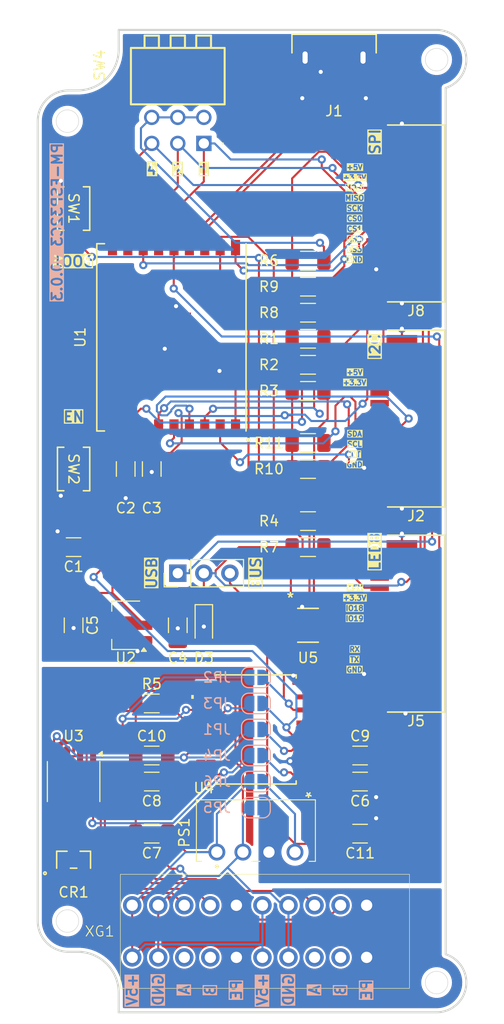
<source format=kicad_pcb>
(kicad_pcb (version 20240108) (generator "pcbnew") (generator_version "8.0")
  (title_block (title "${article} v${version}"))
  (layers (0 "F.Cu" signal) (31 "B.Cu" signal) (34 "B.Paste" user) (35 "F.Paste" user) (36 "B.SilkS" user "B.Silkscreen") (37 "F.SilkS" user "F.Silkscreen") (38 "B.Mask" user) (39 "F.Mask" user) (44 "Edge.Cuts" user))
  (property "article" "PM-ESP32C3")
  (property "version" "0.0.3")
  (net 0 "")
  (net 1 "/EN")
  (net 2 "GND")
  (net 4 "Net-(R4-Pad2)")
  (net 5 "/SCL")
  (net 6 "/SDA")
  (net 7 "/USB_D+")
  (net 8 "/USB_D-")
  (net 9 "+5V")
  (net 10 "+3.3V")
  (net 11 "/SCK")
  (net 12 "/CS0")
  (net 13 "/MOSI")
  (net 14 "/MISO")
  (net 15 "/CS1")
  (net 16 "Net-(J3-Pin_3)")
  (net 19 "Net-(R6-Pad2)")
  (net 21 "Net-(J5-Pin_2)")
  (net 22 "/UART_RX")
  (net 23 "/UART_TX")
  (net 24 "/B")
  (net 25 "/A")
  (net 26 "/INT")
  (net 27 "/CS2")
  (net 28 "/CS3")
  (net 29 "+3.3V_ISO")
  (net 30 "Net-(J5-Pin_3)")
  (net 31 "GND_ISO")
  (net 32 "/UART_RX_ISO")
  (net 36 "/UART_TX_ISO")
  (net 40 "PE")
  (net 41 "+5V_ISO")
  (net 42 "Net-(J5-Pin_9)")
  (net 43 "/UART_RTS_ISO")
  (net 44 "/UART_RTS")
  (net 46 "Net-(J1-VBUS)")
  (footprint "Resistor_SMD:R_1206_3216Metric_Pad1.30x1.75mm_HandSolder" (layer "F.Cu") (at 72.46 77.14)
    (property "Reference" "R9")
    (property "Value" "10k")
  )
  (footprint "kicad_inventree_lib:SW_TS-1088_XNP-M" (layer "F.Cu") (at 49.6 94.92 90)
    (property "Reference" "SW2")
    (property "Value" "Button")
  )
  (footprint "kicad_inventree_lib:ESP32-C3-WROOM-02U_EXP" (layer "F.Cu") (at 59.14 82.08 90)
    (property "Reference" "U1")
    (property "Value" "ESP32-C3-WROOM-02U-N4")
  )
  (footprint "Capacitor_SMD:C_1206_3216Metric_Pad1.33x1.80mm_HandSolder" (layer "F.Cu") (at 77.54 122.86)
    (property "Reference" "C9")
    (property "Value" "10uF")
  )
  (footprint "kicad_inventree_lib:DA03BLP" (layer "F.Cu") (at 62.3 63.17 180)
    (property "Reference" "SW4")
    (property "Value" "DIP 3 pos" (hide yes))
  )
  (footprint "Package_TO_SOT_SMD:SOT-89-3" (layer "F.Cu") (at 54.68 110.16 180)
    (property "Reference" "U2")
    (property "Value" "CJA1117B-3.3")
  )
  (footprint "kicad_inventree_lib:CONN5_H83-S1S_XKB" (layer "F.Cu") (at 76.3 57.6518 180)
    (property "Reference" "J1")
    (property "Value" "U254-051T-4BH83-S1S")
  )
  (footprint "Resistor_SMD:R_1206_3216Metric_Pad1.30x1.75mm_HandSolder" (layer "F.Cu") (at 72.46 92.38)
    (property "Reference" "R11")
    (property "Value" "3k3")
  )
  (footprint "kicad_inventree_lib:SOT23-3_LTF-M" (layer "F.Cu") (at 49.6 133.02)
    (property "Reference" "CR1")
    (property "Value" "SM712")
  )
  (footprint "Capacitor_SMD:C_1206_3216Metric_Pad1.33x1.80mm_HandSolder" (layer "F.Cu") (at 59.76 110.16 -90)
    (property "Reference" "C4")
    (property "Value" "10uF")
  )
  (footprint "Package_SO:SOIC-8_3.9x4.9mm_P1.27mm" (layer "F.Cu") (at 49.6 125.4 -90)
    (property "Reference" "U3")
    (property "Value" "MAX3485")
  )
  (footprint "Capacitor_SMD:C_1206_3216Metric_Pad1.33x1.80mm_HandSolder" (layer "F.Cu") (at 77.54 125.4)
    (property "Reference" "C6")
    (property "Value" "100nF")
  )
  (footprint "kicad_inventree_lib:MountingHole_M2" (layer "F.Cu") (at 49 139)
    (property "Reference" "H2" (hide yes))
    (property "Value" "MountingHole_M2")
    (fp_circle (center 0 0) (end 1.1 0) (stroke (width 0.05)) (fill none) (layer "Edge.Cuts"))
  )
  (footprint "kicad_inventree_lib:CONN10_AFA07-S10_JUS" (layer "F.Cu") (at 83 70 90)
    (property "Reference" "J8")
    (property "Value" "AFA07-S10FCC-00")
  )
  (footprint "Resistor_SMD:R_1206_3216Metric_Pad1.30x1.75mm_HandSolder" (layer "F.Cu") (at 72.46 94.92)
    (property "Reference" "R10")
    (property "Value" "3k3")
  )
  (footprint "Diode_SMD:D_SOD-323_HandSoldering" (layer "F.Cu") (at 62.3 110.16 -90)
    (property "Reference" "D3")
    (property "Value" "5A 9.8V 6V")
  )
  (footprint "Resistor_SMD:R_1206_3216Metric_Pad1.30x1.75mm_HandSolder" (layer "F.Cu") (at 57.22 117.78 180)
    (property "Reference" "R5")
    (property "Value" "10k")
  )
  (footprint "Resistor_SMD:R_1206_3216Metric_Pad1.30x1.75mm_HandSolder" (layer "F.Cu") (at 72.46 100 180)
    (property "Reference" "R4")
    (property "Value" "330R")
  )
  (footprint "Capacitor_SMD:C_1206_3216Metric_Pad1.33x1.80mm_HandSolder" (layer "F.Cu") (at 57.22 94.92 -90)
    (property "Reference" "C3")
    (property "Value" "1uF")
  )
  (footprint "Capacitor_SMD:C_1206_3216Metric_Pad1.33x1.80mm_HandSolder" (layer "F.Cu") (at 49.6 102.54 180)
    (property "Reference" "C1")
    (property "Value" "1uF")
  )
  (footprint "kicad_inventree_lib:DBV6-M" (layer "F.Cu") (at 72.46 110.16)
    (property "Reference" "U5")
    (property "Value" "SN74LVC2G14DBVR")
  )
  (footprint "Capacitor_SMD:C_1206_3216Metric_Pad1.33x1.80mm_HandSolder" (layer "F.Cu") (at 57.22 125.4 180)
    (property "Reference" "C8")
    (property "Value" "100nF")
  )
  (footprint "Resistor_SMD:R_1206_3216Metric_Pad1.30x1.75mm_HandSolder" (layer "F.Cu") (at 72.46 102.54)
    (property "Reference" "R7")
    (property "Value" "330R")
  )
  (footprint "Resistor_SMD:R_1206_3216Metric_Pad1.30x1.75mm_HandSolder" (layer "F.Cu") (at 72.46 74.6)
    (property "Reference" "R6")
    (property "Value" "10k")
  )
  (footprint "Capacitor_SMD:C_1206_3216Metric_Pad1.33x1.80mm_HandSolder" (layer "F.Cu") (at 77.54 130.48)
    (property "Reference" "C11")
    (property "Value" "10uF")
  )
  (footprint "kicad_inventree_lib:MountingHole_M2" (layer "F.Cu") (at 85 145)
    (property "Reference" "H4" (hide yes))
    (property "Value" "MountingHole_M2")
    (fp_circle (center 0 0) (end 1.1 0) (stroke (width 0.05)) (fill none) (layer "Edge.Cuts"))
  )
  (footprint "kicad_inventree_lib:DG141R-2.54-10P" (layer "F.Cu") (at 54.415 145.565)
    (property "Reference" "XG1")
    (property "Value" "DG141R-2.54-10P" (hide yes))
  )
  (footprint "kicad_inventree_lib:CONN10_AFA07-S10_JUS" (layer "F.Cu") (at 83 110 90)
    (property "Reference" "J5")
    (property "Value" "AFA07-S10FCC-00")
  )
  (footprint "Resistor_SMD:R_1206_3216Metric_Pad1.30x1.75mm_HandSolder" (layer "F.Cu") (at 72.46 84.76)
    (property "Reference" "R2")
    (property "Value" "10k")
  )
  (footprint "Resistor_SMD:R_1206_3216Metric_Pad1.30x1.75mm_HandSolder" (layer "F.Cu") (at 72.46 87.3)
    (property "Reference" "R3")
    (property "Value" "10k")
  )
  (footprint "kicad_inventree_lib:SW_TS-1088_XNP-M" (layer "F.Cu") (at 49.6 69.52 -90)
    (property "Reference" "SW1")
    (property "Value" "Button")
  )
  (footprint "kicad_inventree_lib:CONN10_AFA07-S10_JUS" (layer "F.Cu") (at 83 90 90)
    (property "Reference" "J2")
    (property "Value" "AFA07-S10FCC-00")
  )
  (footprint "Resistor_SMD:R_1206_3216Metric_Pad1.30x1.75mm_HandSolder" (layer "F.Cu") (at 72.46 82.22)
    (property "Reference" "R1")
    (property "Value" "10k")
  )
  (footprint "kicad_inventree_lib:MountingHole_M2" (layer "F.Cu") (at 85 55)
    (property "Reference" "H3" (hide yes))
    (property "Value" "MountingHole_M2")
    (fp_circle (center 0 0) (end 1.1 0) (stroke (width 0.05)) (fill none) (layer "Edge.Cuts"))
  )
  (footprint "Capacitor_SMD:C_1206_3216Metric_Pad1.33x1.80mm_HandSolder" (layer "F.Cu") (at 57.22 122.86 180)
    (property "Reference" "C10")
    (property "Value" "10uF")
  )
  (footprint "kicad_inventree_lib:B0505S1WR3" (layer "F.Cu") (at 63.57 132.28)
    (property "Reference" "PS1")
    (property "Value" "B0505S-1WR3" (hide yes))
  )
  (footprint "kicad_inventree_lib:MountingHole_M2" (layer "F.Cu") (at 49 61)
    (property "Reference" "H1" (hide yes))
    (property "Value" "MountingHole_M2")
    (fp_circle (center 0 0) (end 1.1 0) (stroke (width 0.05)) (fill none) (layer "Edge.Cuts"))
  )
  (footprint "Capacitor_SMD:C_1206_3216Metric_Pad1.33x1.80mm_HandSolder" (layer "F.Cu") (at 54.68 94.92 90)
    (property "Reference" "C2")
    (property "Value" "10uF")
  )
  (footprint "Capacitor_SMD:C_1206_3216Metric_Pad1.33x1.80mm_HandSolder" (layer "F.Cu") (at 49.6 110.16 -90)
    (property "Reference" "C5")
    (property "Value" "22uF")
  )
  (footprint "kicad_inventree_lib:SOIC16-WBW_CLG-M" (layer "F.Cu") (at 67.38 120.32 180)
    (property "Reference" "U4")
    (property "Value" "CA-IS3641HW")
  )
  (footprint "Resistor_SMD:R_1206_3216Metric_Pad1.30x1.75mm_HandSolder" (layer "F.Cu") (at 72.46 79.68)
    (property "Reference" "R8")
    (property "Value" "10k")
  )
  (footprint "Capacitor_SMD:C_1206_3216Metric_Pad1.33x1.80mm_HandSolder" (layer "F.Cu") (at 57.22 130.48 180)
    (property "Reference" "C7")
    (property "Value" "10uF")
  )
  (footprint "Connector_PinHeader_2.54mm:PinHeader_1x03_P2.54mm_Vertical" (layer "F.Cu") (at 59.76 105.08 90)
    (property "Reference" "J3" (hide yes))
    (property "Value" "PinHeader_01x03_P2.54_THT_straight")
  )
  (footprint "Jumper:SolderJumper-2_P1.3mm_Open_RoundedPad1.0x1.5mm" (layer "B.Cu") (at 67.38 127.94)
    (property "Reference" "JP5")
    (property "Value" "SolderJumper_2_Open")
  )
  (footprint "Jumper:SolderJumper-2_P1.3mm_Open_RoundedPad1.0x1.5mm" (layer "B.Cu") (at 67.38 122.86 180)
    (property "Reference" "JP4")
    (property "Value" "SolderJumper_2_Open")
  )
  (footprint "Jumper:SolderJumper-2_P1.3mm_Open_RoundedPad1.0x1.5mm" (layer "B.Cu") (at 67.38 115.24 180)
    (property "Reference" "JP2")
    (property "Value" "SolderJumper_2_Open")
  )
  (footprint "Jumper:SolderJumper-2_P1.3mm_Open_RoundedPad1.0x1.5mm" (layer "B.Cu") (at 67.38 120.32 180)
    (property "Reference" "JP1")
    (property "Value" "SolderJumper_2_Open")
  )
  (footprint "Jumper:SolderJumper-2_P1.3mm_Open_RoundedPad1.0x1.5mm" (layer "B.Cu") (at 67.38 125.4)
    (property "Reference" "JP6")
    (property "Value" "SolderJumper_2_Open")
  )
  (footprint "Jumper:SolderJumper-2_P1.3mm_Open_RoundedPad1.0x1.5mm" (layer "B.Cu") (at 67.38 117.78 180)
    (property "Reference" "JP3")
    (property "Value" "SolderJumper_2_Open")
  )
  (gr_arc (start 49.1 142) (mid 46.97868 141.12132) (end 46.1 139) (stroke (width 0.2)) (layer "Edge.Cuts"))
  (gr_arc (start 54 54) (mid 52.828427 56.828427) (end 50 58) (stroke (width 0.2)) (layer "Edge.Cuts"))
  (gr_line (start 54 147.9) (end 54 146) (stroke (width 0.2)) (layer "Edge.Cuts"))
  (gr_line (start 50 58) (end 49.1 58) (stroke (width 0.2)) (layer "Edge.Cuts"))
  (gr_line (start 50 142) (end 49.1 142) (stroke (width 0.2)) (layer "Edge.Cuts"))
  (gr_arc (start 46.1 61) (mid 46.97868 58.87868) (end 49.1 58) (stroke (width 0.2)) (layer "Edge.Cuts"))
  (gr_arc (start 50 142) (mid 52.828427 143.171573) (end 54 146) (stroke (width 0.2)) (layer "Edge.Cuts"))
  (gr_line (start 54 52.1) (end 54 54) (stroke (width 0.2)) (layer "Edge.Cuts"))
  (gr_line (start 85.887427 142.239117) (end 85.887427 57.760884) (stroke (width 0.2)) (layer "Edge.Cuts"))
  (gr_arc (start 85.887427 142.239117) (mid 87.865009 145.449132) (end 85 147.9) (stroke (width 0.2)) (layer "Edge.Cuts"))
  (gr_line (start 46.1 61) (end 46.1 139) (stroke (width 0.2)) (layer "Edge.Cuts"))
  (gr_line (start 85 52.100001) (end 54 52.1) (stroke (width 0.2)) (layer "Edge.Cuts"))
  (gr_arc (start 85 52.100001) (mid 87.865009 54.550868) (end 85.887427 57.760884) (stroke (width 0.2)) (layer "Edge.Cuts"))
  (gr_line (start 85 147.9) (end 54 147.9) (stroke (width 0.2)) (layer "Edge.Cuts"))
  (gr_text "B" (at 75.635 145.72 90) (layer "B.SilkS" knockout) (effects (font (size 1 1) (thickness 0.2) (bold yes)) (justify mirror)))
  (gr_text "B" (at 62.935 145.72 90) (layer "B.SilkS" knockout) (effects (font (size 1 1) (thickness 0.2) (bold yes)) (justify mirror)))
  (gr_text "PE" (at 78.175 145.72 90) (layer "B.SilkS" knockout) (effects (font (size 1 1) (thickness 0.2) (bold yes)) (justify mirror)))
  (gr_text "PE" (at 65.475 145.72 90) (layer "B.SilkS" knockout) (effects (font (size 1 1) (thickness 0.2) (bold yes)) (justify mirror)))
  (gr_text "${article} v${version}" (at 48 63 90) (layer "B.SilkS" knockout) (effects (font (size 1 1) (thickness 0.2) (bold yes)) (justify left mirror)))
  (gr_text "GND" (at 70.555 145.72 90) (layer "B.SilkS" knockout) (effects (font (size 1 1) (thickness 0.2) (bold yes)) (justify mirror)))
  (gr_text "+5V" (at 68.015 145.72 90) (layer "B.SilkS" knockout) (effects (font (size 1 1) (thickness 0.2) (bold yes)) (justify mirror)))
  (gr_text "GND" (at 57.855 145.72 90) (layer "B.SilkS" knockout) (effects (font (size 1 1) (thickness 0.2) (bold yes)) (justify mirror)))
  (gr_text "+5V" (at 55.315 145.72 90) (layer "B.SilkS" knockout) (effects (font (size 1 1) (thickness 0.2) (bold yes)) (justify mirror)))
  (gr_text "A" (at 73.095 145.72 90) (layer "B.SilkS" knockout) (effects (font (size 1 1) (thickness 0.2) (bold yes)) (justify mirror)))
  (gr_text "A" (at 60.395 145.72 90) (layer "B.SilkS" knockout) (effects (font (size 1 1) (thickness 0.2) (bold yes)) (justify mirror)))
  (gr_text "CS3" (at 77 73.5 0) (layer "F.SilkS" knockout) (effects (font (size 0.5 0.5) (thickness 0.125) (bold yes))))
  (gr_text "SCK" (at 77 69.5 0) (layer "F.SilkS" knockout) (effects (font (size 0.5 0.5) (thickness 0.125) (bold yes))))
  (gr_text "INT" (at 77 93.5 0) (layer "F.SilkS" knockout) (effects (font (size 0.5 0.5) (thickness 0.125) (bold yes))))
  (gr_text "IO19" (at 77 109.5 0) (layer "F.SilkS" knockout) (effects (font (size 0.5 0.5) (thickness 0.125) (bold yes))))
  (gr_text "+3.3V" (at 77 107.5 0) (layer "F.SilkS" knockout) (effects (font (size 0.5 0.5) (thickness 0.125) (bold yes))))
  (gr_text "LED8" (at 79 103 90) (layer "F.SilkS" knockout) (effects (font (size 1 1) (thickness 0.2) (bold yes))))
  (gr_text "EN" (at 49.6 89.84 0) (layer "F.SilkS" knockout) (effects (font (size 1 1) (thickness 0.2) (bold yes))))
  (gr_text "TX" (at 77 113.5 0) (layer "F.SilkS" knockout) (effects (font (size 0.5 0.5) (thickness 0.125) (bold yes))))
  (gr_text "I2C" (at 79 83 90) (layer "F.SilkS" knockout) (effects (font (size 1 1) (thickness 0.2) (bold yes))))
  (gr_text "BOOT" (at 49.6 74.6 180) (layer "F.SilkS" knockout) (effects (font (size 1 1) (thickness 0.2) (bold yes))))
  (gr_text "+3.3V" (at 77 86.5 0) (layer "F.SilkS" knockout) (effects (font (size 0.5 0.5) (thickness 0.125) (bold yes))))
  (gr_text "CS2" (at 77 72.5 0) (layer "F.SilkS" knockout) (effects (font (size 0.5 0.5) (thickness 0.125) (bold yes))))
  (gr_text "4" (at 57.22 65.71 0) (layer "F.SilkS" knockout) (effects (font (size 1 1) (thickness 0.2) (bold yes))))
  (gr_text "USB" (at 57.22 105.08 90) (layer "F.SilkS" knockout) (effects (font (size 1 1) (thickness 0.2) (bold yes))))
  (gr_text "GND" (at 77 94.5 0) (layer "F.SilkS" knockout) (effects (font (size 0.5 0.5) (thickness 0.125) (bold yes))))
  (gr_text "SDA" (at 77 91.5 0) (layer "F.SilkS" knockout) (effects (font (size 0.5 0.5) (thickness 0.125) (bold yes))))
  (gr_text "+5V" (at 77 85.5 0) (layer "F.SilkS" knockout) (effects (font (size 0.5 0.5) (thickness 0.125) (bold yes))))
  (gr_text "+3.3V" (at 77 66.5 0) (layer "F.SilkS" knockout) (effects (font (size 0.5 0.5) (thickness 0.125) (bold yes))))
  (gr_text "2" (at 59.76 65.71 0) (layer "F.SilkS" knockout) (effects (font (size 1 1) (thickness 0.2) (bold yes))))
  (gr_text "SPI" (at 79 63 90) (layer "F.SilkS" knockout) (effects (font (size 1 1) (thickness 0.2) (bold yes))))
  (gr_text "MISO" (at 77 68.5 0) (layer "F.SilkS" knockout) (effects (font (size 0.5 0.5) (thickness 0.125) (bold yes))))
  (gr_text "MOSI" (at 77 67.5 0) (layer "F.SilkS" knockout) (effects (font (size 0.5 0.5) (thickness 0.125) (bold yes))))
  (gr_text "IO18" (at 77 108.5 0) (layer "F.SilkS" knockout) (effects (font (size 0.5 0.5) (thickness 0.125) (bold yes))))
  (gr_text "SCL" (at 77 92.5 0) (layer "F.SilkS" knockout) (effects (font (size 0.5 0.5) (thickness 0.125) (bold yes))))
  (gr_text "+5V" (at 77 106.5 0) (layer "F.SilkS" knockout) (effects (font (size 0.5 0.5) (thickness 0.125) (bold yes))))
  (gr_text "CS0" (at 77 70.5 0) (layer "F.SilkS" knockout) (effects (font (size 0.5 0.5) (thickness 0.125) (bold yes))))
  (gr_text "GND" (at 77 114.5 0) (layer "F.SilkS" knockout) (effects (font (size 0.5 0.5) (thickness 0.125) (bold yes))))
  (gr_text "CS1" (at 77 71.5 0) (layer "F.SilkS" knockout) (effects (font (size 0.5 0.5) (thickness 0.125) (bold yes))))
  (gr_text "+5V" (at 77 65.5 0) (layer "F.SilkS" knockout) (effects (font (size 0.5 0.5) (thickness 0.125) (bold yes))))
  (gr_text "BUS" (at 67.38 105.08 90) (layer "F.SilkS" knockout) (effects (font (size 1 1) (thickness 0.2) (bold yes))))
  (gr_text "GND" (at 77 74.5 0) (layer "F.SilkS" knockout) (effects (font (size 0.5 0.5) (thickness 0.125) (bold yes))))
  (gr_text "RX" (at 77 112.5 0) (layer "F.SilkS" knockout) (effects (font (size 0.5 0.5) (thickness 0.125) (bold yes))))
  (gr_text "1" (at 62.3 65.71 0) (layer "F.SilkS" knockout) (effects (font (size 1 1) (thickness 0.2) (bold yes))))
  (segment (start 74.01 82.22) (end 71.8682 84.3618) (width 0.2) (layer "F.Cu") (net 1))
  (segment (start 54.89 90.3045) (end 54.89 89.779) (width 0.2) (layer "F.Cu") (net 1))
  (segment (start 54.89 90.3045) (end 56.1542 89.0403) (width 0.2) (layer "F.Cu") (net 1))
  (segment (start 56.1542 89.0403) (end 56.6955 89.0403) (width 0.2) (layer "F.Cu") (net 1))
  (segment (start 52.6459 89.3773) (end 51.1625 90.8607) (width 0.2) (layer "F.Cu") (net 1))
  (segment (start 51.1625 90.8607) (end 51.1625 92.634) (width 0.2) (layer "F.Cu") (net 1))
  (segment (start 51.1625 92.634) (end 51.1625 102.54) (width 0.2) (layer "F.Cu") (net 1))
  (segment (start 54.89 90.83) (end 54.89 90.3045) (width 0.2) (layer "F.Cu") (net 1))
  (segment (start 54.89 89.779) (end 54.4883 89.3773) (width 0.2) (layer "F.Cu") (net 1))
  (segment (start 51.1625 92.634) (end 49.6 92.634) (width 0.2) (layer "F.Cu") (net 1))
  (segment (start 54.4883 89.3773) (end 52.6459 89.3773) (width 0.2) (layer "F.Cu") (net 1))
  (segment (start 71.8682 84.3618) (end 71.8682 90.3225) (width 0.2) (layer "F.Cu") (net 1))
  (via (at 71.8682 90.3225) (size 0.8) (drill 0.4) (layers "F.Cu" "B.Cu") (net 1))
  (via (at 56.6955 89.0403) (size 0.8) (drill 0.4) (layers "F.Cu" "B.Cu") (net 1))
  (segment (start 58.0385 90.3833) (end 71.8074 90.3833) (width 0.2) (layer "B.Cu") (net 1))
  (segment (start 56.6955 89.0403) (end 58.0385 90.3833) (width 0.2) (layer "B.Cu") (net 1))
  (segment (start 71.8074 90.3833) (end 71.8682 90.3225) (width 0.2) (layer "B.Cu") (net 1))
  (segment (start 58.49 82.22) (end 58.49 83.1938) (width 0.2) (layer "F.Cu") (net 2))
  (segment (start 70.9932 110.16) (end 71.8855 110.16) (width 0.2) (layer "F.Cu") (net 2))
  (segment (start 72.2568 115.875) (end 71.028 115.875) (width 0.2) (layer "F.Cu") (net 2))
  (segment (start 79.1025 122.86) (end 79.1025 125.4) (width 0.2) (layer "F.Cu") (net 2))
  (segment (start 48.676 67.1321) (end 48.676 67.234) (width 0.2) (layer "F.Cu") (net 2))
  (segment (start 60.69 82.22) (end 60.69 81.12) (width 0.2) (layer "F.Cu") (net 2))
  (segment (start 81.614 76.85) (end 81.614 78.7654) (width 0.2) (layer "F.Cu") (net 2))
  (segment (start 48.676 97.206) (end 49.6 97.206) (width 0.2) (layer "F.Cu") (net 2))
  (segment (start 59.76 111.722) (end 59.76 110.457) (width 0.2) (layer "F.Cu") (net 2))
  (segment (start 79.1025 130.48) (end 79.1025 128.977) (width 0.2) (layer "F.Cu") (net 2))
  (segment (start 54.68 96.4825) (end 54.68 97.7611) (width 0.2) (layer "F.Cu") (net 2))
  (segment (start 48.3534 97.5286) (end 48.676 97.206) (width 0.2) (layer "F.Cu") (net 2))
  (segment (start 79.444 114.5) (end 78.2406 114.5) (width 0.2) (layer "F.Cu") (net 2))
  (segment (start 79.444 74.5) (end 79.1119 74.8321) (width 0.2) (layer "F.Cu") (net 2))
  (segment (start 78.2406 114.5) (end 78.2406 114.594) (width 0.2) (layer "F.Cu") (net 2))
  (segment (start 79.1025 125.4) (end 79.1025 126.917) (width 0.2) (layer "F.Cu") (net 2))
  (segment (start 81.962 118.7599) (end 81.6492 118.4471) (width 0.2) (layer "F.Cu") (net 2))
  (segment (start 78.2406 94.5) (end 77.9341 94.8065) (width 0.2) (layer "F.Cu") (net 2))
  (segment (start 65.390001 86.920001) (end 60.69 82.22) (width 0.2) (layer "F.Cu") (net 2))
  (segment (start 71.028 115.875) (end 71.028 115.066) (width 0.2) (layer "F.Cu") (net 2))
  (segment (start 49.6 111.722) (end 49.6 111.7225) (width 0.2) (layer "F.Cu") (net 2))
  (segment (start 58.49 81.12) (end 58.49 80.02) (width 0.2) (layer "F.Cu") (net 2))
  (segment (start 71.028 123.495) (end 72.2568 123.495) (width 0.2) (layer "F.Cu") (net 2))
  (segment (start 59.59 82.22) (end 59.59 81.12) (width 0.2) (layer "F.Cu") (net 2))
  (segment (start 59.76 111.722) (end 59.76 111.7225) (width 0.2) (layer "F.Cu") (net 2))
  (segment (start 81.614 116.85) (end 81.614 118.4471) (width 0.2) (layer "F.Cu") (net 2))
  (segment (start 65.390001 90.83) (end 65.390001 86.920001) (width 0.2) (layer "F.Cu") (net 2))
  (segment (start 70.727 123.405) (end 70.938 123.405) (width 0.2) (layer "F.Cu") (net 2))
  (segment (start 48.676 67.234) (end 49.6 67.234) (width 0.2) (layer "F.Cu") (net 2))
  (segment (start 73.7001 56.1941) (end 73.7001 57.4729) (width 0.2) (layer "F.Cu") (net 2))
  (segment (start 81.614 61.2343) (end 81.614 63.15) (width 0.2) (layer "F.Cu") (net 2))
  (segment (start 48.0375 100.996) (end 48.0375 102.54) (width 0.2) (layer "F.Cu") (net 2))
  (segment (start 70.938 123.405) (end 71.028 123.495) (width 0.2) (layer "F.Cu") (net 2))
  (segment (start 48.3576 66.8137) (end 48.676 67.1321) (width 0.2) (layer "F.Cu") (net 2))
  (segment (start 56.63 111.894) (end 56.63 111.66) (width 0.2) (layer "F.Cu") (net 2))
  (segment (start 58.49 82.22) (end 58.49 81.12) (width 0.2) (layer "F.Cu") (net 2))
  (segment (start 71.8855 110.16) (end 71.8855 108.356) (width 0.2) (layer "F.Cu") (net 2))
  (segment (start 79.1119 74.8321) (end 79.1119 75.4456) (width 0.2) (layer "F.Cu") (net 2))
  (segment (start 79.444 94.5) (end 78.2406 94.5) (width 0.2) (layer "F.Cu") (net 2))
  (segment (start 55.8334 112.69) (end 56.63 111.894) (width 0.2) (layer "F.Cu") (net 2))
  (segment (start 71.9 58.7596) (end 71.9 57.3478) (width 0.2) (layer "F.Cu") (net 2))
  (segment (start 78.2406 114.594) (end 77.9258 114.909) (width 0.2) (layer "F.Cu") (net 2))
  (segment (start 78.1 57.3478) (end 78.1 58.7604) (width 0.2) (layer "F.Cu") (net 2))
  (segment (start 59.59 81.12) (end 59.59 80.02) (width 0.2) (layer "F.Cu") (net 2))
  (segment (start 81.614 83.15) (end 81.614 81.2346) (width 0.2) (layer "F.Cu") (net 2))
  (segment (start 49.6 110.428) (end 49.6 111.722) (width 0.2) (layer "F.Cu") (net 2))
  (segment (start 81.614 98.7769) (end 81.614 96.85) (width 0.2) (layer "F.Cu") (net 2))
  (segment (start 60.69 81.12) (end 60.69 80.02) (width 0.2) (layer "F.Cu") (net 2))
  (segment (start 81.614 101.2231) (end 81.614 103.15) (width 0.2) (layer "F.Cu") (net 2))
  (segment (start 62.3 111.41) (end 62.3 110.286) (width 0.2) (layer "F.Cu") (net 2))
  (segment (start 59.59 79.0389) (end 59.59 80.02) (width 0.2) (layer "F.Cu") (net 2))
  (segment (start 57.22 96.4825) (end 57.22 95.2108) (width 0.2) (layer "F.Cu") (net 2))
  (segment (start 81.6492 118.4471) (end 81.614 118.4471) (width 0.2) (layer "F.Cu") (net 2))
  (via (at 63.8264 85.3564) (size 0.8) (drill 0.4) (layers "F.Cu" "B.Cu") (net 2))
  (via (at 48.3576 66.8137) (size 0.8) (drill 0.4) (layers "F.Cu" "B.Cu") (net 2))
  (via (at 71.028 115.066) (size 0.8) (drill 0.4) (layers "F.Cu" "B.Cu") (net 2))
  (via (at 79.1025 126.917) (size 0.8) (drill 0.4) (layers "F.Cu" "B.Cu") (net 2))
  (via (at 78.1 58.7604) (size 0.8) (drill 0.4) (layers "F.Cu" "B.Cu") (net 2))
  (via (at 81.614 98.7769) (size 0.8) (drill 0.4) (layers "F.Cu" "B.Cu") (net 2))
  (via (at 49.6 110.428) (size 0.8) (drill 0.4) (layers "F.Cu" "B.Cu") (net 2))
  (via (at 77.9341 94.8065) (size 0.8) (drill 0.4) (layers "F.Cu" "B.Cu") (net 2))
  (via (at 81.614 81.2346) (size 0.8) (drill 0.4) (layers "F.Cu" "B.Cu") (net 2))
  (via (at 59.76 110.457) (size 0.8) (drill 0.4) (layers "F.Cu" "B.Cu") (net 2))
  (via (at 71.9 58.7596) (size 0.8) (drill 0.4) (layers "F.Cu" "B.Cu") (net 2))
  (via (at 54.68 97.7611) (size 0.8) (drill 0.4) (layers "F.Cu" "B.Cu") (net 2))
  (via (at 73.7001 56.1941) (size 0.8) (drill 0.4) (layers "F.Cu" "B.Cu") (net 2))
  (via (at 81.614 101.2231) (size 0.8) (drill 0.4) (layers "F.Cu" "B.Cu") (net 2))
  (via (at 62.3 110.286) (size 0.8) (drill 0.4) (layers "F.Cu" "B.Cu") (net 2))
  (via (at 77.9258 114.909) (size 0.8) (drill 0.4) (layers "F.Cu" "B.Cu") (net 2))
  (via (at 48.0375 100.996) (size 0.8) (drill 0.4) (layers "F.Cu" "B.Cu") (net 2))
  (via (at 58.49 83.1938) (size 0.8) (drill 0.4) (layers "F.Cu" "B.Cu") (net 2))
  (via (at 81.614 61.2343) (size 0.8) (drill 0.4) (layers "F.Cu" "B.Cu") (net 2))
  (via (at 81.614 78.7654) (size 0.8) (drill 0.4) (layers "F.Cu" "B.Cu") (net 2))
  (via (at 79.1025 128.977) (size 0.8) (drill 0.4) (layers "F.Cu" "B.Cu") (net 2))
  (via (at 79.1119 75.4456) (size 0.8) (drill 0.4) (layers "F.Cu" "B.Cu") (net 2))
  (via (at 55.8334 112.69) (size 0.8) (drill 0.4) (layers "F.Cu" "B.Cu") (net 2))
  (via (at 71.8855 108.356) (size 0.8) (drill 0.4) (layers "F.Cu" "B.Cu") (net 2))
  (via (at 48.3534 97.5286) (size 0.8) (drill 0.4) (layers "F.Cu" "B.Cu") (net 2))
  (via (at 70.727 123.405) (size 0.8) (drill 0.4) (layers "F.Cu" "B.Cu") (net 2))
  (via (at 57.22 95.2108) (size 0.8) (drill 0.4) (layers "F.Cu" "B.Cu") (net 2))
  (via (at 81.962 118.7599) (size 0.8) (drill 0.4) (layers "F.Cu" "B.Cu") (net 2))
  (via (at 59.59 79.0389) (size 0.8) (drill 0.4) (layers "F.Cu" "B.Cu") (net 2))
  (segment (start 50.524 73.3815) (end 51.382 74.2395) (width 0.2) (layer "F.Cu") (net 4))
  (segment (start 67.6689 96.7589) (end 67.6689 74.3357) (width 0.2) (layer "F.Cu") (net 4))
  (segment (start 50.524 71.806) (end 50.524 73.3815) (width 0.2) (layer "F.Cu") (net 4))
  (segment (start 70.91 100) (end 67.6689 96.7589) (width 0.2) (layer "F.Cu") (net 4))
  (segment (start 49.6 71.806) (end 50.524 71.806) (width 0.2) (layer "F.Cu") (net 4))
  (via (at 51.382 74.2395) (size 0.8) (drill 0.4) (layers "F.Cu" "B.Cu") (net 4))
  (via (at 67.6689 74.3357) (size 0.8) (drill 0.4) (layers "F.Cu" "B.Cu") (net 4))
  (segment (start 51.382 74.2395) (end 67.5727 74.2395) (width 0.2) (layer "B.Cu") (net 4))
  (segment (start 67.5727 74.2395) (end 67.6689 74.3357) (width 0.2) (layer "B.Cu") (net 4))
  (segment (start 58.4231 88.9876) (end 57.89 89.5207) (width 0.2) (layer "F.Cu") (net 5))
  (segment (start 57.89 89.5207) (end 57.89 90.83) (width 0.2) (layer "F.Cu") (net 5))
  (segment (start 76.43 92.5) (end 76.43 88.7611) (width 0.2) (layer "F.Cu") (net 5))
  (segment (start 76.43 88.7611) (end 76.2742 88.6053) (width 0.2) (layer "F.Cu") (net 5))
  (segment (start 76.43 92.5) (end 74.01 94.92) (width 0.2) (layer "F.Cu") (net 5))
  (segment (start 79.444 92.5) (end 76.43 92.5) (width 0.2) (layer "F.Cu") (net 5))
  (via (at 58.4231 88.9876) (size 0.8) (drill 0.4) (layers "F.Cu" "B.Cu") (net 5))
  (via (at 76.2742 88.6053) (size 0.8) (drill 0.4) (layers "F.Cu" "B.Cu") (net 5))
  (segment (start 58.4231 88.9876) (end 59.0753 88.3354) (width 0.2) (layer "B.Cu") (net 5))
  (segment (start 76.0043 88.3354) (end 76.2742 88.6053) (width 0.2) (layer "B.Cu") (net 5))
  (segment (start 59.0753 88.3354) (end 76.0043 88.3354) (width 0.2) (layer "B.Cu") (net 5))
  (segment (start 59.39 91.881) (end 59.0015 92.2695) (width 0.2) (layer "F.Cu") (net 6))
  (segment (start 59.0015 92.2695) (end 59.0015 92.4185) (width 0.2) (layer "F.Cu") (net 6))
  (segment (start 76.584 87.8645) (end 77.0849 88.3654) (width 0.2) (layer "F.Cu") (net 6))
  (segment (start 59.39 90.83) (end 59.39 91.881) (width 0.2) (layer "F.Cu") (net 6))
  (segment (start 75.136 91.246) (end 75.136 88.7489) (width 0.2) (layer "F.Cu") (net 6))
  (segment (start 74.01 92.38) (end 75.136 91.254) (width 0.2) (layer "F.Cu") (net 6))
  (segment (start 76.0204 87.8645) (end 76.584 87.8645) (width 0.2) (layer "F.Cu") (net 6))
  (segment (start 77.0849 90.3443) (end 78.2406 91.5) (width 0.2) (layer "F.Cu") (net 6))
  (segment (start 75.136 88.7489) (end 76.0204 87.8645) (width 0.2) (layer "F.Cu") (net 6))
  (segment (start 75.136 91.254) (end 75.136 91.246) (width 0.2) (layer "F.Cu") (net 6))
  (segment (start 77.0849 88.3654) (end 77.0849 90.3443) (width 0.2) (layer "F.Cu") (net 6))
  (segment (start 78.2406 91.5) (end 79.444 91.5) (width 0.2) (layer "F.Cu") (net 6))
  (via (at 59.0015 92.4185) (size 0.8) (drill 0.4) (layers "F.Cu" "B.Cu") (net 6))
  (via (at 75.136 91.246) (size 0.8) (drill 0.4) (layers "F.Cu" "B.Cu") (net 6))
  (segment (start 73.9635 92.4185) (end 59.0015 92.4185) (width 0.2) (layer "B.Cu") (net 6))
  (segment (start 75.136 91.246) (end 73.9635 92.4185) (width 0.2) (layer "B.Cu") (net 6))
  (segment (start 80.6474 109.5) (end 85.2591 104.888) (width 0.2) (layer "F.Cu") (net 7))
  (segment (start 61.067258 72.2807) (end 59.7933 72.2807) (width 0.2) (layer "F.Cu") (net 7))
  (segment (start 75 57.473) (end 75 57.4729) (width 0.2) (layer "F.Cu") (net 7))
  (segment (start 59.3644 77.3194) (end 59.3644 74.4066) (width 0.2) (layer "F.Cu") (net 7))
  (segment (start 59.39 74.381) (end 59.39 73.33) (width 0.2) (layer "F.Cu") (net 7))
  (segment (start 59.39 72.684) (end 59.39 73.33) (width 0.2) (layer "F.Cu") (net 7))
  (segment (start 59.3644 74.4066) (end 59.39 74.381) (width 0.2) (layer "F.Cu") (net 7))
  (segment (start 85.2591 82.2284) (end 85.0307 82) (width 0.2) (layer "F.Cu") (net 7))
  (segment (start 75 58.347958) (end 61.067258 72.2807) (width 0.2) (layer "F.Cu") (net 7))
  (segment (start 85.2591 104.888) (end 85.2591 82.2284) (width 0.2) (layer "F.Cu") (net 7))
  (segment (start 59.7933 72.2807) (end 59.39 72.684) (width 0.2) (layer "F.Cu") (net 7))
  (segment (start 75 57.472958) (end 75 58.347958) (width 0.2) (layer "F.Cu") (net 7))
  (segment (start 79.444 109.5) (end 80.6474 109.5) (width 0.2) (layer "F.Cu") (net 7))
  (via (at 59.3644 77.3194) (size 0.8) (drill 0.4) (layers "F.Cu" "B.Cu") (net 7))
  (via (at 85.0307 82) (size 0.8) (drill 0.4) (layers "F.Cu" "B.Cu") (net 7))
  (segment (start 85.0307 82) (end 64.045 82) (width 0.2) (layer "B.Cu") (net 7))
  (segment (start 64.045 82) (end 59.3644 77.3194) (width 0.2) (layer "B.Cu") (net 7))
  (segment (start 75.65 60.4465) (end 80.0843 64.8808) (width 0.2) (layer "F.Cu") (net 8))
  (segment (start 67.263271 66.734673) (end 60.89 73.107944) (width 0.2) (layer "F.Cu") (net 8))
  (segment (start 80.6474 108.5) (end 79.444 108.5) (width 0.2) (layer "F.Cu") (net 8))
  (segment (start 75.65 57.473) (end 75.65 57.4729) (width 0.2) (layer "F.Cu") (net 8))
  (segment (start 67.44356 66.554384) (end 67.263271 66.734673) (width 0.2) (layer "F.Cu") (net 8))
  (segment (start 83.8312 83.0682) (end 83.8312 105.316) (width 0.2) (layer "F.Cu") (net 8))
  (segment (start 75.65 58.348) (end 75.65 60.4465) (width 0.2) (layer "F.Cu") (net 8))
  (segment (start 75.649986 57.472958) (end 75.649986 58.347958) (width 0.2) (layer "F.Cu") (net 8))
  (segment (start 71.496745 63.578916) (end 71.411893 63.663769) (width 0.2) (layer "F.Cu") (net 8))
  (segment (start 80.6353 64.8808) (end 83.6648 67.9103) (width 0.2) (layer "F.Cu") (net 8))
  (segment (start 71.072481 63.66377) (end 70.873035 63.464324) (width 0.2) (layer "F.Cu") (net 8))
  (segment (start 83.6648 67.9103) (end 83.6648 82.9018) (width 0.2) (layer "F.Cu") (net 8))
  (segment (start 70.44877 63.549175) (end 67.44356 66.554384) (width 0.2) (layer "F.Cu") (net 8))
  (segment (start 75.649986 58.347958) (end 71.297299 62.700645) (width 0.2) (layer "F.Cu") (net 8))
  (segment (start 80.0843 64.8808) (end 80.6353 64.8808) (width 0.2) (layer "F.Cu") (net 8))
  (segment (start 71.297299 63.040057) (end 71.496746 63.239504) (width 0.2) (layer "F.Cu") (net 8))
  (segment (start 60.89 73.107944) (end 60.89 73.33) (width 0.2) (layer "F.Cu") (net 8))
  (segment (start 83.6648 82.9018) (end 83.8312 83.0682) (width 0.2) (layer "F.Cu") (net 8))
  (segment (start 83.8312 105.316) (end 80.6474 108.5) (width 0.2) (layer "F.Cu") (net 8))
  (segment (start 70.533625 63.464323) (end 70.44877 63.549175) (width 0.2) (layer "F.Cu") (net 8))
  (arc (start 70.873035 63.464324) (mid 70.703329 63.39403) (end 70.533625 63.464323) (width 0.2) (layer "F.Cu") (net 8))
  (arc (start 71.297299 62.700645) (mid 71.227003 62.870352) (end 71.297299 63.040057) (width 0.2) (layer "F.Cu") (net 8))
  (arc (start 71.496746 63.239504) (mid 71.567041 63.409209) (end 71.496745 63.578916) (width 0.2) (layer "F.Cu") (net 8))
  (arc (start 71.411893 63.663769) (mid 71.242187 63.734064) (end 71.072481 63.66377) (width 0.2) (layer "F.Cu") (net 8))
  (segment (start 62.3 108.598) (end 62.3 108.91) (width 0.2) (layer "F.Cu") (net 9))
  (segment (start 83.4295 104.565) (end 82.0618 105.932) (width 0.2) (layer "F.Cu") (net 9))
  (segment (start 59.7603 108.598) (end 59.76 108.598) (width 0.2) (layer "F.Cu") (net 9))
  (segment (start 80.6474 65.5) (end 79.444 65.5) (width 0.2) (layer "F.Cu") (net 9))
  (segment (start 65.7232 102.54) (end 63.4517 104.812) (width 0.2) (layer "F.Cu") (net 9))
  (segment (start 62.3 108.598) (end 59.7605 108.598) (width 0.2) (layer "F.Cu") (net 9))
  (segment (start 80.6474 75.0023) (end 80.6474 65.5) (width 0.2) (layer "F.Cu") (net 9))
  (segment (start 63.4517 104.812) (end 63.4517 105.08) (width 0.2) (layer "F.Cu") (net 9))
  (segment (start 80.5474 85.5) (end 83.4295 88.3821) (width 0.2) (layer "F.Cu") (net 9))
  (segment (start 80.3968 75.2529) (end 80.6474 75.0023) (width 0.2) (layer "F.Cu") (net 9))
  (segment (start 59.7603 108.598) (end 59.76 108.598) (width 0.2) (layer "F.Cu") (net 9))
  (segment (start 79.9904 75.2529) (end 80.3968 75.2529) (width 0.2) (layer "F.Cu") (net 9))
  (segment (start 82.0618 105.932) (end 81.5571 105.932) (width 0.2) (layer "F.Cu") (net 9))
  (segment (start 59.7605 108.598) (end 59.7603 108.598) (width 0.2) (layer "F.Cu") (net 9))
  (segment (start 70.91 102.54) (end 65.7232 102.54) (width 0.2) (layer "F.Cu") (net 9))
  (segment (start 59.76 108.598) (end 56.6925 108.598) (width 0.2) (layer "F.Cu") (net 9))
  (segment (start 59.7603 108.598) (end 59.76 108.5977) (width 0.2) (layer "F.Cu") (net 9))
  (segment (start 62.3 105.08) (end 62.3 108.598) (width 0.2) (layer "F.Cu") (net 9))
  (segment (start 59.7605 108.598) (end 59.7603 108.598) (width 0.2) (layer "F.Cu") (net 9))
  (segment (start 63.4517 105.08) (end 62.3 105.08) (width 0.2) (layer "F.Cu") (net 9))
  (segment (start 83.4295 88.3821) (end 83.4295 104.565) (width 0.2) (layer "F.Cu") (net 9))
  (segment (start 79.8137 75.4296) (end 79.9904 75.2529) (width 0.2) (layer "F.Cu") (net 9))
  (segment (start 59.76 108.5977) (end 59.76 108.5975) (width 0.2) (layer "F.Cu") (net 9))
  (segment (start 79.8137 84.7663) (end 79.8137 75.4296) (width 0.2) (layer "F.Cu") (net 9))
  (segment (start 56.6925 108.598) (end 56.63 108.66) (width 0.2) (layer "F.Cu") (net 9))
  (segment (start 79.444 85.5) (end 80.5474 85.5) (width 0.2) (layer "F.Cu") (net 9))
  (segment (start 80.5474 85.5) (end 79.8137 84.7663) (width 0.2) (layer "F.Cu") (net 9))
  (via (at 81.5571 105.932) (size 0.8) (drill 0.4) (layers "F.Cu" "B.Cu") (net 9))
  (segment (start 81.5571 105.932) (end 81.2034 106.286) (width 0.2) (layer "B.Cu") (net 9))
  (segment (start 63.4517 105.348) (end 63.4517 105.08) (width 0.2) (layer "B.Cu") (net 9))
  (segment (start 81.2034 106.286) (end 64.3892 106.286) (width 0.2) (layer "B.Cu") (net 9))
  (segment (start 64.3892 106.286) (end 63.4517 105.348) (width 0.2) (layer "B.Cu") (net 9))
  (segment (start 63.4517 105.08) (end 62.3 105.08) (width 0.2) (layer "B.Cu") (net 9))
  (segment (start 70.91 82.22) (end 70.91 84.76) (width 0.2) (layer "F.Cu") (net 10))
  (segment (start 73.0347 99.6642) (end 73.0347 107.5) (width 0.2) (layer "F.Cu") (net 10))
  (segment (start 70.91 94.92) (end 72.4602 96.4702) (width 0.2) (layer "F.Cu") (net 10))
  (segment (start 70.1201 124.503) (end 70.7661 124.503) (width 0.2) (layer "F.Cu") (net 10))
  (segment (start 49.6 108.5975) (end 49.6002 108.5977) (width 0.2) (layer "F.Cu") (net 10))
  (segment (start 73.5166 63.9796) (end 70.91 66.5862) (width 0.2) (layer "F.Cu") (net 10))
  (segment (start 78.2406 86.5) (end 78.2406 88.1024) (width 0.2) (layer "F.Cu") (net 10))
  (segment (start 73.0347 107.5) (end 73.0347 110.158) (width 0.2) (layer "F.Cu") (net 10))
  (segment (start 60.1362 92.2761) (end 60.1362 89.7743) (width 0.2) (layer "F.Cu") (net 10))
  (segment (start 70.91 87.3) (end 70.91 89.68) (width 0.2) (layer "F.Cu") (net 10))
  (segment (start 73.0347 112.335) (end 73.9158 113.216) (width 0.2) (layer "F.Cu") (net 10))
  (segment (start 54.68 93.3575) (end 53.39 93.3575) (width 0.2) (layer "F.Cu") (net 10))
  (segment (start 72.4602 99.0897) (end 73.0347 99.6642) (width 0.2) (layer "F.Cu") (net 10))
  (segment (start 79.444 66.5) (end 76.7933 66.5) (width 0.2) (layer "F.Cu") (net 10))
  (segment (start 56.5425 110.16) (end 53.39 107.008) (width 0.2) (layer "F.Cu") (net 10))
  (segment (start 49.6 108.598) (end 50.395 107.803) (width 0.2) (layer "F.Cu") (net 10))
  (segment (start 53.39 93.3575) (end 53.39 90.83) (width 0.2) (layer "F.Cu") (net 10))
  (segment (start 50.3945 107.803) (end 49.6002 108.5977) (width 0.2) (layer "F.Cu") (net 10))
  (segment (start 73.9269 110.16) (end 73.0362 110.16) (width 0.2) (layer "F.Cu") (net 10))
  (segment (start 51.19 107.008) (end 50.395 107.803) (width 0.2) (layer "F.Cu") (net 10))
  (segment (start 57.22 93.3575) (end 59.0548 93.3575) (width 0.2) (layer "F.Cu") (net 10))
  (segment (start 72.2568 124.765) (end 73.9158 124.765) (width 0.2) (layer "F.Cu") (net 10))
  (segment (start 60.1362 89.7743) (end 59.8266 89.4647) (width 0.2) (layer "F.Cu") (net 10))
  (segment (start 73.0362 110.16) (end 73.0347 110.16) (width 0.2) (layer "F.Cu") (net 10))
  (segment (start 73.0347 107.5) (end 79.444 107.5) (width 0.2) (layer "F.Cu") (net 10))
  (segment (start 53.39 107.008) (end 53.39 93.3575) (width 0.2) (layer "F.Cu") (net 10))
  (segment (start 76.7933 66.5) (end 74.2729 63.9796) (width 0.2) (layer "F.Cu") (net 10))
  (segment (start 73.9158 124.765) (end 75.3425 124.765) (width 0.2) (layer "F.Cu") (net 10))
  (segment (start 73.0347 110.16) (end 73.0347 112.335) (width 0.2) (layer "F.Cu") (net 10))
  (segment (start 75.9775 125.4) (end 75.9775 122.86) (width 0.2) (layer "F.Cu") (net 10))
  (segment (start 70.91 74.6) (end 70.91 77.14) (width 0.2) (layer "F.Cu") (net 10))
  (segment (start 59.0548 93.3575) (end 60.1362 92.2761) (width 0.2) (layer "F.Cu") (net 10))
  (segment (start 49.6002 108.5977) (end 49.6 108.598) (width 0.2) (layer "F.Cu") (net 10))
  (segment (start 70.7661 124.503) (end 71.028 124.765) (width 0.2) (layer "F.Cu") (net 10))
  (segment (start 70.91 89.68) (end 70.91 92.38) (width 0.2) (layer "F.Cu") (net 10))
  (segment (start 54.68 93.3575) (end 57.22 93.3575) (width 0.2) (layer "F.Cu") (net 10))
  (segment (start 50.395 107.803) (end 50.3945 107.803) (width 0.2) (layer "F.Cu") (net 10))
  (segment (start 70.91 66.5862) (end 70.91 74.6) (width 0.2) (layer "F.Cu") (net 10))
  (segment (start 71.028 124.765) (end 72.2568 124.765) (width 0.2) (layer "F.Cu") (net 10))
  (segment (start 70.91 84.76) (end 70.91 87.3) (width 0.2) (layer "F.Cu") (net 10))
  (segment (start 70.91 89.68) (end 70.1899 89.68) (width 0.2) (layer "F.Cu") (net 10))
  (segment (start 79.444 86.5) (end 78.2406 86.5) (width 0.2) (layer "F.Cu") (net 10))
  (segment (start 75.3425 124.765) (end 75.9775 125.4) (width 0.2) (layer "F.Cu") (net 10))
  (segment (start 70.91 82.22) (end 70.91 79.68) (width 0.2) (layer "F.Cu") (net 10))
  (segment (start 74.2729 63.9796) (end 73.5166 63.9796) (width 0.2) (layer "F.Cu") (net 10))
  (segment (start 78.2406 88.1024) (end 77.7866 88.5564) (width 0.2) (layer "F.Cu") (net 10))
  (segment (start 70.91 92.38) (end 70.91 94.92) (width 0.2) (layer "F.Cu") (net 10))
  (segment (start 53.39 107.008) (end 51.19 107.008) (width 0.2) (layer "F.Cu") (net 10))
  (segment (start 73.0347 110.158) (end 73.0362 110.16) (width 0.2) (layer "F.Cu") (net 10))
  (segment (start 70.91 79.68) (end 70.91 77.14) (width 0.2) (layer "F.Cu") (net 10))
  (segment (start 73.9158 113.216) (end 73.9158 124.765) (width 0.2) (layer "F.Cu") (net 10))
  (segment (start 72.4602 96.4702) (end 72.4602 99.0897) (width 0.2) (layer "F.Cu") (net 10))
  (via (at 70.1201 124.503) (size 0.8) (drill 0.4) (layers "F.Cu" "B.Cu") (net 10))
  (via (at 59.8266 89.4647) (size 0.8) (drill 0.4) (layers "F.Cu" "B.Cu") (net 10))
  (via (at 70.1899 89.68) (size 0.8) (drill 0.4) (layers "F.Cu" "B.Cu") (net 10))
  (via (at 77.7866 88.5564) (size 0.8) (drill 0.4) (layers "F.Cu" "B.Cu") (net 10))
  (segment (start 76.1037 90.2393) (end 72.7776 90.2393) (width 0.2) (layer "B.Cu") (net 10))
  (segment (start 72.1529 89.6146) (end 70.2553 89.6146) (width 0.2) (layer "B.Cu") (net 10))
  (segment (start 77.7866 88.5564) (end 76.1037 90.2393) (width 0.2) (layer "B.Cu") (net 10))
  (segment (start 59.8266 89.4647) (end 60.1169 89.755) (width 0.2) (layer "B.Cu") (net 10))
  (segment (start 70.1149 89.755) (end 70.1899 89.68) (width 0.2) (layer "B.Cu") (net 10))
  (segment (start 60.1169 89.755) (end 70.1149 89.755) (width 0.2) (layer "B.Cu") (net 10))
  (segment (start 72.7776 90.2393) (end 72.1529 89.6146) (width 0.2) (layer "B.Cu") (net 10))
  (segment (start 68.03 122.86) (end 69.6731 124.503) (width 0.2) (layer "B.Cu") (net 10))
  (segment (start 70.2553 89.6146) (end 70.1899 89.68) (width 0.2) (layer "B.Cu") (net 10))
  (segment (start 69.6731 124.503) (end 70.1201 124.503) (width 0.2) (layer "B.Cu") (net 10))
  (segment (start 77.7408 69.5) (end 73.7978 65.557) (width 0.2) (layer "F.Cu") (net 11))
  (segment (start 57.89 71.2988) (end 57.89 73.33) (width 0.2) (layer "F.Cu") (net 11))
  (segment (start 62.3 66.8888) (end 57.89 71.2988) (width 0.2) (layer "F.Cu") (net 11))
  (segment (start 79.444 69.5) (end 77.7408 69.5) (width 0.2) (layer "F.Cu") (net 11))
  (segment (start 73.7978 65.557) (end 73.7978 64.7334) (width 0.2) (layer "F.Cu") (net 11))
  (segment (start 62.3 63.17) (end 62.3 66.8888) (width 0.2) (layer "F.Cu") (net 11))
  (via (at 73.7978 64.7334) (size 0.8) (drill 0.4) (layers "F.Cu" "B.Cu") (net 11))
  (segment (start 64.9151 64.7334) (end 73.7978 64.7334) (width 0.2) (layer "B.Cu") (net 11))
  (segment (start 62.3 63.17) (end 63.3517 63.17) (width 0.2) (layer "B.Cu") (net 11))
  (segment (start 63.3517 63.17) (end 64.9151 64.7334) (width 0.2) (layer "B.Cu") (net 11))
  (segment (start 75.9975 74.4484) (end 75.9975 72.7431) (width 0.2) (layer "F.Cu") (net 12))
  (segment (start 66.1805 75.5698) (end 65.39 74.7793) (width 0.2) (layer "F.Cu") (net 12))
  (segment (start 74.01 77.14) (end 75.9975 75.1525) (width 0.2) (layer "F.Cu") (net 12))
  (segment (start 75.9975 75.1525) (end 75.9975 74.4484) (width 0.2) (layer "F.Cu") (net 12))
  (segment (start 78.2406 70.5) (end 79.444 70.5) (width 0.2) (layer "F.Cu") (net 12))
  (segment (start 75.9975 72.7431) (end 78.2406 70.5) (width 0.2) (layer "F.Cu") (net 12))
  (segment (start 65.39 74.7793) (end 65.39 73.33) (width 0.2) (layer "F.Cu") (net 12))
  (via (at 66.1805 75.5698) (size 0.8) (drill 0.4) (layers "F.Cu" "B.Cu") (net 12))
  (via (at 75.9975 74.4484) (size 0.8) (drill 0.4) (layers "F.Cu" "B.Cu") (net 12))
  (segment (start 74.8761 75.5698) (end 66.1805 75.5698) (width 0.2) (layer "B.Cu") (net 12))
  (segment (start 75.9975 74.4484) (end 74.8761 75.5698) (width 0.2) (layer "B.Cu") (net 12))
  (segment (start 79.444 67.5) (end 77.6146 67.5) (width 0.2) (layer "F.Cu") (net 13))
  (segment (start 53.39 73.33) (end 53.39 67) (width 0.2) (layer "F.Cu") (net 13))
  (segment (start 53.39 67) (end 57.22 63.17) (width 0.2) (layer "F.Cu") (net 13))
  (segment (start 77.6146 67.5) (end 77.3439 67.2293) (width 0.2) (layer "F.Cu") (net 13))
  (via (at 77.3439 67.2293) (size 0.8) (drill 0.4) (layers "F.Cu" "B.Cu") (net 13))
  (segment (start 77.3439 67.2293) (end 61.2793 67.2293) (width 0.2) (layer "B.Cu") (net 13))
  (segment (start 61.2793 67.2293) (end 57.22 63.17) (width 0.2) (layer "B.Cu") (net 13))
  (segment (start 59.76 67.409) (end 59.76 63.17) (width 0.2) (layer "F.Cu") (net 14))
  (segment (start 54.89 73.33) (end 54.89 72.279) (width 0.2) (layer "F.Cu") (net 14))
  (segment (start 79.444 68.5) (end 77.5646 68.5) (width 0.2) (layer "F.Cu") (net 14))
  (segment (start 77.5646 68.5) (end 74.8481 65.7835) (width 0.2) (layer "F.Cu") (net 14))
  (segment (start 54.89 72.279) (end 59.76 67.409) (width 0.2) (layer "F.Cu") (net 14))
  (segment (start 74.8481 65.7835) (end 74.8481 65.5646) (width 0.2) (layer "F.Cu") (net 14))
  (via (at 74.8481 65.5646) (size 0.8) (drill 0.4) (layers "F.Cu" "B.Cu") (net 14))
  (segment (start 62.1546 65.5646) (end 74.8481 65.5646) (width 0.2) (layer "B.Cu") (net 14))
  (segment (start 59.76 63.17) (end 62.1546 65.5646) (width 0.2) (layer "B.Cu") (net 14))
  (segment (start 77.4372 72.5008) (end 77.4372 76.2528) (width 0.2) (layer "F.Cu") (net 15))
  (segment (start 56.39 73.33) (end 56.39 75.0347) (width 0.2) (layer "F.Cu") (net 15))
  (segment (start 77.4372 76.2528) (end 74.01 79.68) (width 0.2) (layer "F.Cu") (net 15))
  (segment (start 79.444 71.5) (end 78.2406 71.5) (width 0.2) (layer "F.Cu") (net 15))
  (segment (start 78.2406 71.5) (end 77.4372 72.3034) (width 0.2) (layer "F.Cu") (net 15))
  (segment (start 77.4372 72.3034) (end 77.4372 72.5008) (width 0.2) (layer "F.Cu") (net 15))
  (segment (start 56.39 75.0347) (end 56.3949 75.0396) (width 0.2) (layer "F.Cu") (net 15))
  (via (at 77.4372 72.5008) (size 0.8) (drill 0.4) (layers "F.Cu" "B.Cu") (net 15))
  (via (at 56.3949 75.0396) (size 0.8) (drill 0.4) (layers "F.Cu" "B.Cu") (net 15))
  (segment (start 66.4711 74.8681) (end 56.5664 74.8681) (width 0.2) (layer "B.Cu") (net 15))
  (segment (start 76.9529 72.5008) (end 74.4156 75.0381) (width 0.2) (layer "B.Cu") (net 15))
  (segment (start 77.4372 72.5008) (end 76.9529 72.5008) (width 0.2) (layer "B.Cu") (net 15))
  (segment (start 66.6411 75.0381) (end 66.4711 74.8681) (width 0.2) (layer "B.Cu") (net 15))
  (segment (start 74.4156 75.0381) (end 66.6411 75.0381) (width 0.2) (layer "B.Cu") (net 15))
  (segment (start 56.5664 74.8681) (end 56.3949 75.0396) (width 0.2) (layer "B.Cu") (net 15))
  (segment (start 71.19 131.472) (end 74.985 131.472) (width 0.2) (layer "F.Cu") (net 16))
  (segment (start 68.479 128.762) (end 71.19 131.472) (width 0.2) (layer "F.Cu") (net 16))
  (segment (start 71.19 131.472) (end 71.19 132.28) (width 0.2) (layer "F.Cu") (net 16))
  (segment (start 68.479 109.704) (end 68.479 128.762) (width 0.2) (layer "F.Cu") (net 16))
  (segment (start 64.84 105.08) (end 64.84 106.065) (width 0.2) (layer "F.Cu") (net 16))
  (segment (start 74.985 131.472) (end 75.9775 130.48) (width 0.2) (layer "F.Cu") (net 16))
  (segment (start 64.84 106.065) (end 68.479 109.704) (width 0.2) (layer "F.Cu") (net 16))
  (segment (start 71.19 128.56) (end 71.19 132.28) (width 0.2) (layer "B.Cu") (net 16))
  (segment (start 68.03 125.4) (end 71.19 128.56) (width 0.2) (layer "B.Cu") (net 16))
  (segment (start 74.01 73.2507) (end 74.01 74.6) (width 0.2) (layer "F.Cu") (net 19))
  (segment (start 73.6213 72.862) (end 74.01 73.2507) (width 0.2) (layer "F.Cu") (net 19))
  (via (at 73.6213 72.862) (size 0.8) (drill 0.4) (layers "F.Cu" "B.Cu") (net 19))
  (segment (start 65.4095 72.862) (end 56.1672 63.6197) (width 0.2) (layer "B.Cu") (net 19))
  (segment (start 73.6213 72.862) (end 65.4095 72.862) (width 0.2) (layer "B.Cu") (net 19))
  (segment (start 56.1672 61.6828) (end 57.22 60.63) (width 0.2) (layer "B.Cu") (net 19))
  (segment (start 59.76 60.63) (end 62.3 60.63) (width 0.2) (layer "B.Cu") (net 19))
  (segment (start 57.22 60.63) (end 59.76 60.63) (width 0.2) (layer "B.Cu") (net 19))
  (segment (start 56.1672 63.6197) (end 56.1672 61.6828) (width 0.2) (layer "B.Cu") (net 19))
  (segment (start 77.2092 113.5) (end 79.444 113.5) (width 0.2) (layer "F.Cu") (net 21))
  (segment (start 74.8192 111.11) (end 77.2092 113.5) (width 0.2) (layer "F.Cu") (net 21))
  (segment (start 73.9269 111.11) (end 74.8192 111.11) (width 0.2) (layer "F.Cu") (net 21))
  (segment (start 71.9278 103.449) (end 71.9278 101.74) (width 0.2) (layer "F.Cu") (net 22))
  (segment (start 70.5857 117.973) (end 70.5857 117.796) (width 0.2) (layer "F.Cu") (net 22))
  (segment (start 70.5857 117.796) (end 70.101 117.311) (width 0.2) (layer "F.Cu") (net 22))
  (segment (start 70.2996 101.197) (end 66.6559 97.5537) (width 0.2) (layer "F.Cu") (net 22))
  (segment (start 70.7847 109.21) (end 70.7847 104.592) (width 0.2) (layer "F.Cu") (net 22))
  (segment (start 70.101 117.311) (end 70.101 109.21) (width 0.2) (layer "F.Cu") (net 22))
  (segment (start 70.101 109.21) (end 70.7847 109.21) (width 0.2) (layer "F.Cu") (net 22))
  (segment (start 66.6559 97.5537) (end 66.6559 79.5019) (width 0.2) (layer "F.Cu") (net 22))
  (segment (start 71.3854 101.197) (end 70.2996 101.197) (width 0.2) (layer "F.Cu") (net 22))
  (segment (start 72.2568 118.415) (end 71.028 118.415) (width 0.2) (layer "F.Cu") (net 22))
  (segment (start 66.6559 79.5019) (end 63.89 76.736) (width 0.2) (layer "F.Cu") (net 22))
  (segment (start 71.9278 101.74) (end 71.3854 101.197) (width 0.2) (layer "F.Cu") (net 22))
  (segment (start 70.9932 109.21) (end 70.7847 109.21) (width 0.2) (layer "F.Cu") (net 22))
  (segment (start 71.028 118.415) (end 70.5857 117.973) (width 0.2) (layer "F.Cu") (net 22))
  (segment (start 63.89 76.736) (end 63.89 73.33) (width 0.2) (layer "F.Cu") (net 22))
  (segment (start 70.7847 104.592) (end 71.9278 103.449) (width 0.2) (layer "F.Cu") (net 22))
  (via (at 70.5857 117.796) (size 0.8) (drill 0.4) (layers "F.Cu" "B.Cu") (net 22))
  (segment (start 68.03 115.24) (end 70.5857 117.796) (width 0.2) (layer "B.Cu") (net 22))
  (segment (start 72.6015 110.832) (end 72.3239 111.11) (width 0.2) (layer "F.Cu") (net 23))
  (segment (start 62.39 72.279) (end 66.6287 72.279) (width 0.2) (layer "F.Cu") (net 23))
  (segment (start 69.1169 95.9464) (end 72.0585 98.888) (width 0.2) (layer "F.Cu") (net 23))
  (segment (start 72.2568 122.225) (end 71.028 122.225) (width 0.2) (layer "F.Cu") (net 23))
  (segment (start 66.6287 72.279) (end 69.1169 74.7672) (width 0.2) (layer "F.Cu") (net 23))
  (segment (start 72.0585 99.456) (end 72.6015 99.999) (width 0.2) (layer "F.Cu") (net 23))
  (segment (start 73.4856 113.636) (end 72.3239 112.475) (width 0.2) (layer "F.Cu") (net 23))
  (segment (start 70.8429 122.41) (end 70.1201 122.41) (width 0.2) (layer "F.Cu") (net 23))
  (segment (start 72.2568 122.225) (end 73.4856 122.225) (width 0.2) (layer "F.Cu") (net 23))
  (segment (start 62.39 73.33) (end 62.39 72.279) (width 0.2) (layer "F.Cu") (net 23))
  (segment (start 70.9932 111.11) (end 72.3239 111.11) (width 0.2) (layer "F.Cu") (net 23))
  (segment (start 69.1169 74.7672) (end 69.1169 95.9464) (width 0.2) (layer "F.Cu") (net 23))
  (segment (start 73.4856 122.225) (end 73.4856 113.636) (width 0.2) (layer "F.Cu") (net 23))
  (segment (start 72.3239 112.475) (end 72.3239 111.11) (width 0.2) (layer "F.Cu") (net 23))
  (segment (start 71.028 122.225) (end 70.8429 122.41) (width 0.2) (layer "F.Cu") (net 23))
  (segment (start 72.0585 98.888) (end 72.0585 99.456) (width 0.2) (layer "F.Cu") (net 23))
  (segment (start 72.6015 99.999) (end 72.6015 110.832) (width 0.2) (layer "F.Cu") (net 23))
  (via (at 70.1201 122.41) (size 0.8) (drill 0.4) (layers "F.Cu" "B.Cu") (net 23))
  (segment (start 68.03 120.32) (end 70.1201 122.41) (width 0.2) (layer "B.Cu") (net 23))
  (segment (start 50.6048 134.070101) (end 50.6048 130.674715) (width 0.2) (layer "F.Cu") (net 24))
  (segment (start 52.248 130.334) (end 57.22 135.306) (width 0.2) (layer "F.Cu") (net 24))
  (segment (start 50.550001 134.1249) (end 50.6048 134.070101) (width 0.2) (layer "F.Cu") (net 24))
  (segment (start 61.335 135.865) (end 52.290101 135.865) (width 0.2) (layer "F.Cu") (net 24))
  (segment (start 50.5774 134.098) (end 50.55 134.125) (width 0.2) (layer "F.Cu") (net 24))
  (segment (start 50.235 127.875) (end 50.235 126.900001) (width 0.2) (layer "F.Cu") (net 24))
  (segment (start 74.238 138.862) (end 75.635 137.465) (width 0.2) (layer "F.Cu") (net 24))
  (segment (start 57.22 135.306) (end 63.316 135.306) (width 0.2) (layer "F.Cu") (net 24))
  (segment (start 50.55 134.125) (end 50.5505 134.125) (width 0.2) (layer "F.Cu") (net 24))
  (segment (start 52.290101 135.865) (end 50.550001 134.1249) (width 0.2) (layer "F.Cu") (net 24))
  (segment (start 66.815 137.107943) (end 66.815 137.962057) (width 0.2) (layer "F.Cu") (net 24))
  (segment (start 63.316 135.306) (end 64.275 136.265) (width 0.2) (layer "F.Cu") (net 24))
  (segment (start 64.275 136.265) (end 65.972057 136.265) (width 0.2) (layer "F.Cu") (net 24))
  (segment (start 67.714943 138.862) (end 74.238 138.862) (width 0.2) (layer "F.Cu") (net 24))
  (segment (start 50.235 130.304915) (end 50.235 127.875) (width 0.2) (layer "F.Cu") (net 24))
  (segment (start 50.235 126.900001) (end 50.719001 126.416) (width 0.2) (layer "F.Cu") (net 24))
  (segment (start 50.55 134.1249) (end 50.5505 134.1249) (width 0.2) (layer "F.Cu") (net 24))
  (segment (start 50.5505 134.1249) (end 50.5505 134.125) (width 0.2) (layer "F.Cu") (net 24))
  (segment (start 50.719001 126.416) (end 51.661552 126.416) (width 0.2) (layer "F.Cu") (net 24))
  (segment (start 66.815 137.962057) (end 67.714943 138.862) (width 0.2) (layer "F.Cu") (net 24))
  (segment (start 50.6048 130.674715) (end 50.235 130.304915) (width 0.2) (layer "F.Cu") (net 24))
  (segment (start 52.248 127.002448) (end 52.248 130.334) (width 0.2) (layer "F.Cu") (net 24))
  (segment (start 62.935 137.465) (end 61.335 135.865) (width 0.2) (layer "F.Cu") (net 24))
  (segment (start 51.661552 126.416) (end 52.248 127.002448) (width 0.2) (layer "F.Cu") (net 24))
  (segment (start 65.972057 136.265) (end 66.815 137.107943) (width 0.2) (layer "F.Cu") (net 24))
  (segment (start 50.5505 134.125) (end 50.5774 134.098) (width 0.2) (layer "F.Cu") (net 24))
  (segment (start 64.440686 135.865) (end 66.137742 135.865) (width 0.2) (layer "F.Cu") (net 25))
  (segment (start 52.648 129.972) (end 57.582 134.906) (width 0.2) (layer "F.Cu") (net 25))
  (segment (start 50.2048 130.8404) (end 48.965 129.6006) (width 0.2) (layer "F.Cu") (net 25))
  (segment (start 60.395 137.465) (end 59.195 136.265) (width 0.2) (layer "F.Cu") (net 25))
  (segment (start 71.698 136.068) (end 73.095 137.465) (width 0.2) (layer "F.Cu") (net 25))
  (segment (start 51.900776 125.908) (end 52.648 126.655224) (width 0.2) (layer "F.Cu") (net 25))
  (segment (start 52.648 126.655224) (end 52.648 129.972) (width 0.2) (layer "F.Cu") (net 25))
  (segment (start 50.586448 125.908) (end 51.900776 125.908) (width 0.2) (layer "F.Cu") (net 25))
  (segment (start 66.137742 135.865) (end 66.340742 136.068) (width 0.2) (layer "F.Cu") (net 25))
  (segment (start 48.965 127.875) (end 48.965 127.529448) (width 0.2) (layer "F.Cu") (net 25))
  (segment (start 48.965 129.6006) (end 48.965 127.875) (width 0.2) (layer "F.Cu") (net 25))
  (segment (start 50.2048 132.9898) (end 50.2048 130.8404) (width 0.2) (layer "F.Cu") (net 25))
  (segment (start 59.195 136.265) (end 50.790099 136.265) (width 0.2) (layer "F.Cu") (net 25))
  (segment (start 57.582 134.906) (end 63.481686 134.906) (width 0.2) (layer "F.Cu") (net 25))
  (segment (start 66.340742 136.068) (end 71.698 136.068) (width 0.2) (layer "F.Cu") (net 25))
  (segment (start 63.481686 134.906) (end 64.440686 135.865) (width 0.2) (layer "F.Cu") (net 25))
  (segment (start 50.790099 136.265) (end 48.649999 134.1249) (width 0.2) (layer "F.Cu") (net 25))
  (segment (start 49.254198 132.9898) (end 50.2048 132.9898) (width 0.2) (layer "F.Cu") (net 25))
  (segment (start 48.649999 134.1249) (end 48.649999 133.593999) (width 0.2) (layer "F.Cu") (net 25))
  (segment (start 48.649999 133.593999) (end 49.254198 132.9898) (width 0.2) (layer "F.Cu") (net 25))
  (segment (start 48.965 127.529448) (end 50.586448 125.908) (width 0.2) (layer "F.Cu") (net 25))
  (segment (start 80.6474 91.6258) (end 82.2732 90) (width 0.2) (layer "F.Cu") (net 26))
  (segment (start 79.444 93.5) (end 80.6474 93.5) (width 0.2) (layer "F.Cu") (net 26))
  (segment (start 60.89 89.0513) (end 60.9026 89.0387) (width 0.2) (layer "F.Cu") (net 26))
  (segment (start 80.6474 93.5) (end 80.6474 91.6258) (width 0.2) (layer "F.Cu") (net 26))
  (segment (start 60.89 90.83) (end 60.89 89.0513) (width 0.2) (layer "F.Cu") (net 26))
  (via (at 82.2732 90) (size 0.8) (drill 0.4) (layers "F.Cu" "B.Cu") (net 26))
  (via (at 60.9026 89.0387) (size 0.8) (drill 0.4) (layers "F.Cu" "B.Cu") (net 26))
  (segment (start 59.1248 89.2782) (end 59.1248 89.15) (width 0.2) (layer "B.Cu") (net 26))
  (segment (start 57.7214 88.6971) (end 57.7214 89.2781) (width 0.2) (layer "B.Cu") (net 26))
  (segment (start 80.1279 87.8547) (end 58.5638 87.8547) (width 0.2) (layer "B.Cu") (net 26))
  (segment (start 60.6025 88.7386) (end 60.9026 89.0387) (width 0.2) (layer "B.Cu") (net 26))
  (segment (start 58.5638 87.8547) (end 57.7214 88.6971) (width 0.2) (layer "B.Cu") (net 26))
  (segment (start 58.7137 89.6893) (end 59.1248 89.2782) (width 0.2) (layer "B.Cu") (net 26))
  (segment (start 59.1248 89.15) (end 59.5362 88.7386) (width 0.2) (layer "B.Cu") (net 26))
  (segment (start 59.5362 88.7386) (end 60.6025 88.7386) (width 0.2) (layer "B.Cu") (net 26))
  (segment (start 82.2732 90) (end 80.1279 87.8547) (width 0.2) (layer "B.Cu") (net 26))
  (segment (start 58.1326 89.6893) (end 58.7137 89.6893) (width 0.2) (layer "B.Cu") (net 26))
  (segment (start 57.7214 89.2781) (end 58.1326 89.6893) (width 0.2) (layer "B.Cu") (net 26))
  (segment (start 62.4642 89.779) (end 62.39 89.779) (width 0.2) (layer "F.Cu") (net 27))
  (segment (start 79.444 72.5) (end 78.2406 72.5) (width 0.2) (layer "F.Cu") (net 27))
  (segment (start 78.2406 72.6897) (end 77.8389 73.0914) (width 0.2) (layer "F.Cu") (net 27))
  (segment (start 77.8389 73.0914) (end 77.8389 80.9311) (width 0.2) (layer "F.Cu") (net 27))
  (segment (start 73.055 85.715) (end 73.055 88.9837) (width 0.2) (layer "F.Cu") (net 27))
  (segment (start 78.2406 72.5) (end 78.2406 72.6897) (width 0.2) (layer "F.Cu") (net 27))
  (segment (start 73.055 88.9837) (end 73.5986 89.5273) (width 0.2) (layer "F.Cu") (net 27))
  (segment (start 77.8389 80.9311) (end 74.01 84.76) (width 0.2) (layer "F.Cu") (net 27))
  (segment (start 63.1973 89.0459) (end 62.4642 89.779) (width 0.2) (layer "F.Cu") (net 27))
  (segment (start 74.01 84.76) (end 73.055 85.715) (width 0.2) (layer "F.Cu") (net 27))
  (segment (start 62.39 89.779) (end 62.39 90.83) (width 0.2) (layer "F.Cu") (net 27))
  (via (at 63.1973 89.0459) (size 0.8) (drill 0.4) (layers "F.Cu" "B.Cu") (net 27))
  (via (at 73.5986 89.5273) (size 0.8) (drill 0.4) (layers "F.Cu" "B.Cu") (net 27))
  (segment (start 73.5986 89.5273) (end 73.0219 88.9506) (width 0.2) (layer "B.Cu") (net 27))
  (segment (start 73.0219 88.9506) (end 63.2926 88.9506) (width 0.2) (layer "B.Cu") (net 27))
  (segment (start 63.2926 88.9506) (end 63.1973 89.0459) (width 0.2) (layer "B.Cu") (net 27))
  (segment (start 74.3745 90.0267) (end 73.0548 91.3464) (width 0.2) (layer "F.Cu") (net 28))
  (segment (start 76.4459 97.5641) (end 76.4459 93.5) (width 0.2) (layer "F.Cu") (net 28))
  (segment (start 78.2406 83.4339) (end 74.3745 87.3) (width 0.2) (layer "F.Cu") (net 28))
  (segment (start 74.3745 87.3) (end 74.3745 90.0267) (width 0.2) (layer "F.Cu") (net 28))
  (segment (start 73.0548 91.3464) (end 73.0548 99.0448) (width 0.2) (layer "F.Cu") (net 28))
  (segment (start 65.824 94.2592) (end 63.89 92.3252) (width 0.2) (layer "F.Cu") (net 28))
  (segment (start 74.01 100) (end 76.4459 97.5641) (width 0.2) (layer "F.Cu") (net 28))
  (segment (start 73.0548 99.0448) (end 74.01 100) (width 0.2) (layer "F.Cu") (net 28))
  (segment (start 79.444 73.5) (end 78.2406 73.5) (width 0.2) (layer "F.Cu") (net 28))
  (segment (start 63.89 92.3252) (end 63.89 90.83) (width 0.2) (layer "F.Cu") (net 28))
  (segment (start 74.3745 87.3) (end 74.01 87.3) (width 0.2) (layer "F.Cu") (net 28))
  (segment (start 78.2406 73.5) (end 78.2406 83.4339) (width 0.2) (layer "F.Cu") (net 28))
  (via (at 65.824 94.2592) (size 0.8) (drill 0.4) (layers "F.Cu" "B.Cu") (net 28))
  (via (at 76.4459 93.5) (size 0.8) (drill 0.4) (layers "F.Cu" "B.Cu") (net 28))
  (segment (start 66.5832 93.5) (end 65.824 94.2592) (width 0.2) (layer "B.Cu") (net 28))
  (segment (start 76.4459 93.5) (end 66.5832 93.5) (width 0.2) (layer "B.Cu") (net 28))
  (segment (start 51.505 129.383) (end 51.505 127.875) (width 0.2) (layer "F.Cu") (net 29))
  (segment (start 64.2612 124.503) (end 63.9939 124.503) (width 0.2) (layer "F.Cu") (net 29))
  (segment (start 62.5032 124.765) (end 63.1176 124.765) (width 0.2) (layer "F.Cu") (net 29))
  (segment (start 58.7825 122.86) (end 58.7825 125.4) (width 0.2) (layer "F.Cu") (net 29))
  (segment (start 63.9939 124.503) (end 63.732 124.765) (width 0.2) (layer "F.Cu") (net 29))
  (segment (start 63.732 124.765) (end 63.1176 124.765) (width 0.2) (layer "F.Cu") (net 29))
  (segment (start 51.4264 129.461) (end 51.505 129.383) (width 0.2) (layer "F.Cu") (net 29))
  (segment (start 63.1176 124.765) (end 62.4826 125.4) (width 0.2) (layer "F.Cu") (net 29))
  (segment (start 62.4826 125.4) (end 58.7825 125.4) (width 0.2) (layer "F.Cu") (net 29))
  (via (at 64.2612 124.503) (size 0.8) (drill 0.4) (layers "F.Cu" "B.Cu") (net 29))
  (via (at 51.4264 129.461) (size 0.8) (drill 0.4) (layers "F.Cu" "B.Cu") (net 29))
  (segment (start 59.303 129.461) (end 51.4264 129.461) (width 0.2) (layer "B.Cu") (net 29))
  (segment (start 64.2612 124.503) (end 59.303 129.461) (width 0.2) (layer "B.Cu") (net 29))
  (segment (start 65.0869 124.503) (end 64.2612 124.503) (width 0.2) (layer "B.Cu") (net 29))
  (segment (start 66.73 122.86) (end 65.0869 124.503) (width 0.2) (layer "B.Cu") (net 29))
  (segment (start 73.9269 109.21) (end 74.8192 109.21) (width 0.2) (layer "F.Cu") (net 30))
  (segment (start 78.1092 112.5) (end 79.444 112.5) (width 0.2) (layer "F.Cu") (net 30))
  (segment (start 74.8192 109.21) (end 78.1092 112.5) (width 0.2) (layer "F.Cu") (net 30))
  (segment (start 62.5032 115.875) (end 61.2744 115.875) (width 0.2) (layer "F.Cu") (net 31))
  (segment (start 47.695 130.617) (end 48.9935 131.915) (width 0.2) (layer "F.Cu") (net 31))
  (segment (start 55.6575 117.792) (end 55.67 117.78) (width 0.2) (layer "F.Cu") (net 31))
  (segment (start 65.3824 123.495) (end 65.3824 117.99) (width 0.2) (layer "F.Cu") (net 31))
  (segment (start 55.6575 122.86) (end 55.6575 118.52) (width 0.2) (layer "F.Cu") (net 31))
  (segment (start 49.5999 131.915) (end 49.6 131.9151) (width 0.2) (layer "F.Cu") (net 31))
  (segment (start 65.3824 117.99) (end 64.5369 117.145) (width 0.2) (layer "F.Cu") (net 31))
  (segment (start 64.5369 117.145) (end 62.5032 117.145) (width 0.2) (layer "F.Cu") (net 31))
  (segment (start 59.0737 133.896) (end 55.6575 130.48) (width 0.2) (layer "F.Cu") (net 31))
  (segment (start 47.695 127.116) (end 47.695 127.875) (width 0.2) (layer "F.Cu") (net 31))
  (segment (start 48.9935 131.915) (end 49.5999 131.915) (width 0.2) (layer "F.Cu") (net 31))
  (segment (start 61.2744 117.145) (end 62.5032 117.145) (width 0.2) (layer "F.Cu") (net 31))
  (segment (start 50.87 121.713) (end 50.87 123.941) (width 0.2) (layer "F.Cu") (net 31))
  (segment (start 50.87 123.941) (end 47.695 127.116) (width 0.2) (layer "F.Cu") (net 31))
  (segment (start 59.9978 133.896) (end 59.0737 133.896) (width 0.2) (layer "F.Cu") (net 31))
  (segment (start 55.6575 118.52) (end 54.0637 118.52) (width 0.2) (layer "F.Cu") (net 31))
  (segment (start 55.6575 125.4) (end 55.6575 122.86) (width 0.2) (layer "F.Cu") (net 31))
  (segment (start 65.3824 123.495) (end 66.11 124.223) (width 0.2) (layer "F.Cu") (net 31))
  (segment (start 55.6575 118.52) (end 55.6575 117.792) (width 0.2) (layer "F.Cu") (net 31))
  (segment (start 57.855 142.545) (end 57.855 137.465) (width 0.2) (layer "F.Cu") (net 31))
  (segment (start 66.11 124.223) (end 66.11 132.28) (width 0.2) (layer "F.Cu") (net 31))
  (segment (start 62.5032 123.495) (end 65.3824 123.495) (width 0.2) (layer "F.Cu") (net 31))
  (segment (start 54.0637 118.52) (end 50.87 121.713) (width 0.2) (layer "F.Cu") (net 31))
  (segment (start 55.6575 130.48) (end 55.6575 125.4) (width 0.2) (layer "F.Cu") (net 31))
  (segment (start 61.2744 115.875) (end 61.2744 117.145) (width 0.2) (layer "F.Cu") (net 31))
  (segment (start 47.695 127.875) (end 47.695 130.617) (width 0.2) (layer "F.Cu") (net 31))
  (via (at 59.9978 133.896) (size 0.8) (drill 0.4) (layers "F.Cu" "B.Cu") (net 31))
  (segment (start 60.7108 134.609) (end 57.855 137.465) (width 0.2) (layer "B.Cu") (net 31))
  (segment (start 66.11 132.28) (end 64.6132 133.777) (width 0.2) (layer "B.Cu") (net 31))
  (segment (start 66.11 128.56) (end 66.11 132.28) (width 0.2) (layer "B.Cu") (net 31))
  (segment (start 67.0996 136.263) (end 64.6132 133.777) (width 0.2) (layer "B.Cu") (net 31))
  (segment (start 68.7904 136.263) (end 67.0996 136.263) (width 0.2) (layer "B.Cu") (net 31))
  (segment (start 64.6132 133.777) (end 63.7808 134.609) (width 0.2) (layer "B.Cu") (net 31))
  (segment (start 63.7808 134.609) (end 60.7108 134.609) (width 0.2) (layer "B.Cu") (net 31))
  (segment (start 70.555 142.545) (end 70.555 137.465) (width 0.2) (layer "B.Cu") (net 31))
  (segment (start 70.555 137.465) (end 69.9921 137.465) (width 0.2) (layer "B.Cu") (net 31))
  (segment (start 60.7108 134.609) (end 59.9978 133.896) (width 0.2) (layer "B.Cu") (net 31))
  (segment (start 66.73 127.94) (end 66.11 128.56) (width 0.2) (layer "B.Cu") (net 31))
  (segment (start 69.9921 137.465) (end 68.7904 136.263) (width 0.2) (layer "B.Cu") (net 31))
  (segment (start 62.5032 118.415) (end 61.2744 118.415) (width 0.2) (layer "F.Cu") (net 32))
  (segment (start 54.3831 120.047) (end 54.3831 119.273) (width 0.2) (layer "F.Cu") (net 32))
  (segment (start 61.2681 118.409) (end 60.5611 118.409) (width 0.2) (layer "F.Cu") (net 32))
  (segment (start 51.505 122.925) (end 54.3831 120.047) (width 0.2) (layer "F.Cu") (net 32))
  (segment (start 61.2744 118.415) (end 61.2681 118.409) (width 0.2) (layer "F.Cu") (net 32))
  (via (at 60.5611 118.409) (size 0.8) (drill 0.4) (layers "F.Cu" "B.Cu") (net 32))
  (via (at 54.3831 119.273) (size 0.8) (drill 0.4) (layers "F.Cu" "B.Cu") (net 32))
  (segment (start 66.73 115.24) (end 58.4159 115.24) (width 0.2) (layer "B.Cu") (net 32))
  (segment (start 54.3831 119.273) (end 59.697 119.273) (width 0.2) (layer "B.Cu") (net 32))
  (segment (start 58.4159 115.24) (end 54.3831 119.273) (width 0.2) (layer "B.Cu") (net 32))
  (segment (start 59.697 119.273) (end 60.5611 118.409) (width 0.2) (layer "B.Cu") (net 32))
  (segment (start 47.9642 120.975) (end 47.695 121.244) (width 0.2) (layer "F.Cu") (net 36))
  (segment (start 61.1879 122.225) (end 62.5032 122.225) (width 0.2) (layer "F.Cu") (net 36))
  (segment (start 47.695 121.244) (end 47.695 122.925) (width 0.2) (layer "F.Cu") (net 36))
  (segment (start 60.3598 123.053) (end 61.1879 122.225) (width 0.2) (layer "F.Cu") (net 36))
  (via (at 47.9642 120.975) (size 0.8) (drill 0.4) (layers "F.Cu" "B.Cu") (net 36))
  (via (at 60.3598 123.053) (size 0.8) (drill 0.4) (layers "F.Cu" "B.Cu") (net 36))
  (segment (start 60.3598 123.053) (end 50.0426 123.053) (width 0.2) (layer "B.Cu") (net 36))
  (segment (start 66.73 120.32) (end 63.9969 123.053) (width 0.2) (layer "B.Cu") (net 36))
  (segment (start 50.0426 123.053) (end 47.9642 120.975) (width 0.2) (layer "B.Cu") (net 36))
  (segment (start 63.9969 123.053) (end 60.3598 123.053) (width 0.2) (layer "B.Cu") (net 36))
  (segment (start 55.315 142.545) (end 55.315 137.465) (width 0.2) (layer "F.Cu") (net 41))
  (segment (start 63.57 132.28) (end 60.5825 132.28) (width 0.2) (layer "F.Cu") (net 41))
  (segment (start 60.5825 132.28) (end 58.7825 130.48) (width 0.2) (layer "F.Cu") (net 41))
  (segment (start 60.5 132.28) (end 55.315 137.465) (width 0.2) (layer "B.Cu") (net 41))
  (segment (start 63.57 132.28) (end 60.5 132.28) (width 0.2) (layer "B.Cu") (net 41))
  (segment (start 68.015 142.545) (end 68.015 141.275) (width 0.2) (layer "B.Cu") (net 41))
  (segment (start 68.015 141.275) (end 68.015 137.465) (width 0.2) (layer "B.Cu") (net 41))
  (segment (start 56.585 141.275) (end 55.315 142.545) (width 0.2) (layer "B.Cu") (net 41))
  (segment (start 68.015 141.275) (end 56.585 141.275) (width 0.2) (layer "B.Cu") (net 41))
  (segment (start 63.57 128.56) (end 63.57 132.28) (width 0.2) (layer "B.Cu") (net 41))
  (segment (start 66.73 125.4) (end 63.57 128.56) (width 0.2) (layer "B.Cu") (net 41))
  (segment (start 74.01 102.54) (end 77.97 106.5) (width 0.2) (layer "F.Cu") (net 42))
  (segment (start 77.97 106.5) (end 79.444 106.5) (width 0.2) (layer "F.Cu") (net 42))
  (segment (start 62.5032 120.955) (end 63.732 120.955) (width 0.2) (layer "F.Cu") (net 43))
  (segment (start 61.2744 120.284) (end 58.77 117.78) (width 0.2) (layer "F.Cu") (net 43))
  (segment (start 57.5477 116.558) (end 58.77 117.78) (width 0.2) (layer "F.Cu") (net 43))
  (segment (start 50.235 122.925) (end 50.235 121.368) (width 0.2) (layer "F.Cu") (net 43))
  (segment (start 48.965 122.925) (end 50.235 122.925) (width 0.2) (layer "F.Cu") (net 43))
  (segment (start 55.0457 116.558) (end 57.5477 116.558) (width 0.2) (layer "F.Cu") (net 43))
  (segment (start 63.732 119.15) (end 64.6321 118.249) (width 0.2) (layer "F.Cu") (net 43))
  (segment (start 62.5032 120.955) (end 61.2744 120.955) (width 0.2) (layer "F.Cu") (net 43))
  (segment (start 63.732 120.955) (end 63.732 119.15) (width 0.2) (layer "F.Cu") (net 43))
  (segment (start 50.235 121.368) (end 55.0457 116.558) (width 0.2) (layer "F.Cu") (net 43))
  (segment (start 61.2744 120.955) (end 61.2744 120.284) (width 0.2) (layer "F.Cu") (net 43))
  (via (at 64.6321 118.249) (size 0.8) (drill 0.4) (layers "F.Cu" "B.Cu") (net 43))
  (segment (start 64.6321 118.249) (end 66.2606 118.249) (width 0.2) (layer "B.Cu") (net 43))
  (segment (start 66.2606 118.249) (end 66.73 117.78) (width 0.2) (layer "B.Cu") (net 43))
  (segment (start 56.39 90.83) (end 56.39 91.881) (width 0.2) (layer "F.Cu") (net 44))
  (segment (start 52.404 104.604) (end 51.5542 105.454) (width 0.2) (layer "F.Cu") (net 44))
  (segment (start 71.028 120.955) (end 70.3576 120.285) (width 0.2) (layer "F.Cu") (net 44))
  (segment (start 52.8122 89.779) (end 52.404 90.1872) (width 0.2) (layer "F.Cu") (net 44))
  (segment (start 72.2568 120.955) (end 71.028 120.955) (width 0.2) (layer "F.Cu") (net 44))
  (segment (start 70.3576 120.285) (end 70.3576 120.108) (width 0.2) (layer "F.Cu") (net 44))
  (segment (start 53.974 89.779) (end 52.8122 89.779) (width 0.2) (layer "F.Cu") (net 44))
  (segment (start 54.14 91.7005) (end 54.14 89.945) (width 0.2) (layer "F.Cu") (net 44))
  (segment (start 52.404 90.1872) (end 52.404 104.604) (width 0.2) (layer "F.Cu") (net 44))
  (segment (start 56.39 91.881) (end 54.3205 91.881) (width 0.2) (layer "F.Cu") (net 44))
  (segment (start 54.14 89.945) (end 53.974 89.779) (width 0.2) (layer "F.Cu") (net 44))
  (segment (start 54.3205 91.881) (end 54.14 91.7005) (width 0.2) (layer "F.Cu") (net 44))
  (via (at 70.3576 120.108) (size 0.8) (drill 0.4) (layers "F.Cu" "B.Cu") (net 44))
  (via (at 51.5542 105.454) (size 0.8) (drill 0.4) (layers "F.Cu" "B.Cu") (net 44))
  (segment (start 51.5542 105.454) (end 58.7738 112.673) (width 0.2) (layer "B.Cu") (net 44))
  (segment (start 71.3288 119.136) (end 70.3576 120.108) (width 0.2) (layer "B.Cu") (net 44))
  (segment (start 68.03 117.78) (end 70.3576 120.108) (width 0.2) (layer "B.Cu") (net 44))
  (segment (start 67.0317 112.673) (end 71.3288 116.97) (width 0.2) (layer "B.Cu") (net 44))
  (segment (start 71.3288 116.97) (end 71.3288 119.136) (width 0.2) (layer "B.Cu") (net 44))
  (segment (start 58.7738 112.673) (end 67.0317 112.673) (width 0.2) (layer "B.Cu") (net 44))
  (segment (start 84.5574 83.0262) (end 84.5574 102) (width 0.2) (layer "F.Cu") (net 46))
  (segment (start 76.3 58.4496) (end 77.8537 60.0033) (width 0.2) (layer "F.Cu") (net 46))
  (segment (start 84.2314 82.7002) (end 84.5574 83.0262) (width 0.2) (layer "F.Cu") (net 46))
  (segment (start 76.3 57.4729) (end 76.3 58.4496) (width 0.2) (layer "F.Cu") (net 46))
  (segment (start 77.8537 60.0033) (end 81.7539 60.0033) (width 0.2) (layer "F.Cu") (net 46))
  (segment (start 81.7539 60.0033) (end 84.2314 62.4808) (width 0.2) (layer "F.Cu") (net 46))
  (segment (start 84.2314 62.4808) (end 84.2314 82.7002) (width 0.2) (layer "F.Cu") (net 46))
  (via (at 84.5574 102) (size 0.8) (drill 0.4) (layers "F.Cu" "B.Cu") (net 46))
  (segment (start 63.7038 102) (end 60.9117 104.792) (width 0.2) (layer "B.Cu") (net 46))
  (segment (start 84.5574 102) (end 63.7038 102) (width 0.2) (layer "B.Cu") (net 46))
  (segment (start 60.9117 104.792) (end 60.9117 105.08) (width 0.2) (layer "B.Cu") (net 46))
  (segment (start 60.9117 105.08) (end 59.76 105.08) (width 0.2) (layer "B.Cu") (net 46))
  (zone (net 40) (net_name "PE") (layers "F&B.Cu") (priority 1) (connect_pads yes (clearance 0)) (min_thickness 0.25) (fill yes (thermal_gap 0.5) (thermal_bridge_width 0.5))
    (polygon (pts (xy 44.52 114.224) (xy 67.126 114.224) (xy 67.126 135.814) (xy 90.24 135.814) (xy 90.24 148.26) (xy 44.52 148.26)))
  )
  (zone (net 2) (net_name "GND") (layer "B.Cu") (connect_pads yes (clearance 0.5)) (min_thickness 0.25) (fill yes (thermal_gap 0.5) (thermal_bridge_width 0.5))
    (polygon (pts (xy 44.52 49.2) (xy 90.24 49.2) (xy 90.24 135.306) (xy 67.634 135.306) (xy 67.634 113.716) (xy 44.52 113.716)))
  )
)
</source>
